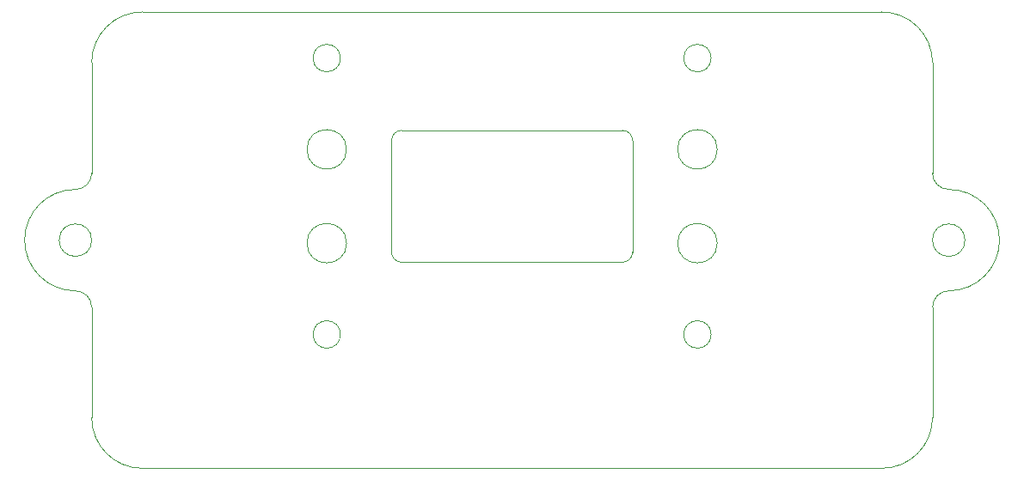
<source format=gbr>
%TF.GenerationSoftware,KiCad,Pcbnew,5.1.10*%
%TF.CreationDate,2021-05-04T13:24:29+02:00*%
%TF.ProjectId,Uyue_946_1010,55797565-5f39-4343-965f-313031302e6b,rev?*%
%TF.SameCoordinates,Original*%
%TF.FileFunction,Profile,NP*%
%FSLAX46Y46*%
G04 Gerber Fmt 4.6, Leading zero omitted, Abs format (unit mm)*
G04 Created by KiCad (PCBNEW 5.1.10) date 2021-05-04 13:24:29*
%MOMM*%
%LPD*%
G01*
G04 APERTURE LIST*
%TA.AperFunction,Profile*%
%ADD10C,0.050000*%
%TD*%
G04 APERTURE END LIST*
D10*
X-41399998Y-6601001D02*
X-41400000Y-17500000D01*
X-43000003Y-4997999D02*
G75*
G02*
X-48000001Y1000I1J4999999D01*
G01*
X-47999000Y1002D02*
G75*
G02*
X-43000001Y5001000I4999999J-1D01*
G01*
X-42999998Y-5001001D02*
G75*
G02*
X-41399998Y-6601001I0J-1600000D01*
G01*
X-41401001Y6599998D02*
G75*
G02*
X-43001001Y4999998I-1600000J0D01*
G01*
X41401001Y-6599998D02*
X41400000Y-17500000D01*
X41401001Y-6599998D02*
G75*
G02*
X43001001Y-4999998I1600000J0D01*
G01*
X43000000Y5000000D02*
G75*
G02*
X41400000Y6600000I0J1600000D01*
G01*
X43000002Y4998999D02*
G75*
G02*
X48000000Y0I-1J-4999999D01*
G01*
X47998999Y-2D02*
G75*
G02*
X43000000Y-5000000I-4999999J1D01*
G01*
X-36400000Y-22500000D02*
G75*
G02*
X-41400000Y-17500000I0J5000000D01*
G01*
X41400000Y-17500000D02*
G75*
G02*
X36400000Y-22500000I-5000000J0D01*
G01*
X36400000Y22500000D02*
G75*
G02*
X41400000Y17500000I0J-5000000D01*
G01*
X-41400000Y17500000D02*
G75*
G02*
X-36400000Y22500000I5000000J0D01*
G01*
X-41400000Y17500000D02*
X-41400000Y6600000D01*
X41400000Y17500000D02*
X41400000Y6600000D01*
X-10870000Y-2180000D02*
G75*
G02*
X-11870000Y-1180000I0J1000000D01*
G01*
X11870000Y-1180000D02*
G75*
G02*
X10870000Y-2180000I-1000000J0D01*
G01*
X10870000Y10820000D02*
G75*
G02*
X11870000Y9820000I0J-1000000D01*
G01*
X-11870000Y9820000D02*
G75*
G02*
X-10870000Y10820000I1000000J0D01*
G01*
X10870000Y-2180000D02*
X-10870000Y-2180000D01*
X11870000Y9820000D02*
X11870000Y-1180000D01*
X-10870000Y10820000D02*
X10870000Y10820000D01*
X-11870000Y-1180000D02*
X-11870000Y9820000D01*
X19600000Y-9300000D02*
G75*
G03*
X19600000Y-9300000I-1350000J0D01*
G01*
X19600000Y17950000D02*
G75*
G03*
X19600000Y17950000I-1350000J0D01*
G01*
X-16900000Y-9300000D02*
G75*
G03*
X-16900000Y-9300000I-1350000J0D01*
G01*
X-16900000Y17950000D02*
G75*
G03*
X-16900000Y17950000I-1350000J0D01*
G01*
X-16300000Y8950000D02*
G75*
G03*
X-16300000Y8950000I-1950000J0D01*
G01*
X-16300000Y-300000D02*
G75*
G03*
X-16300000Y-300000I-1950000J0D01*
G01*
X20200000Y-300000D02*
G75*
G03*
X20200000Y-300000I-1950000J0D01*
G01*
X20200000Y8950000D02*
G75*
G03*
X20200000Y8950000I-1950000J0D01*
G01*
X44600000Y0D02*
G75*
G03*
X44600000Y0I-1600000J0D01*
G01*
X-41400000Y0D02*
G75*
G03*
X-41400000Y0I-1600000J0D01*
G01*
X-36400000Y-22500000D02*
X36400000Y-22500000D01*
X-36400000Y22500000D02*
X36400000Y22500000D01*
M02*

</source>
